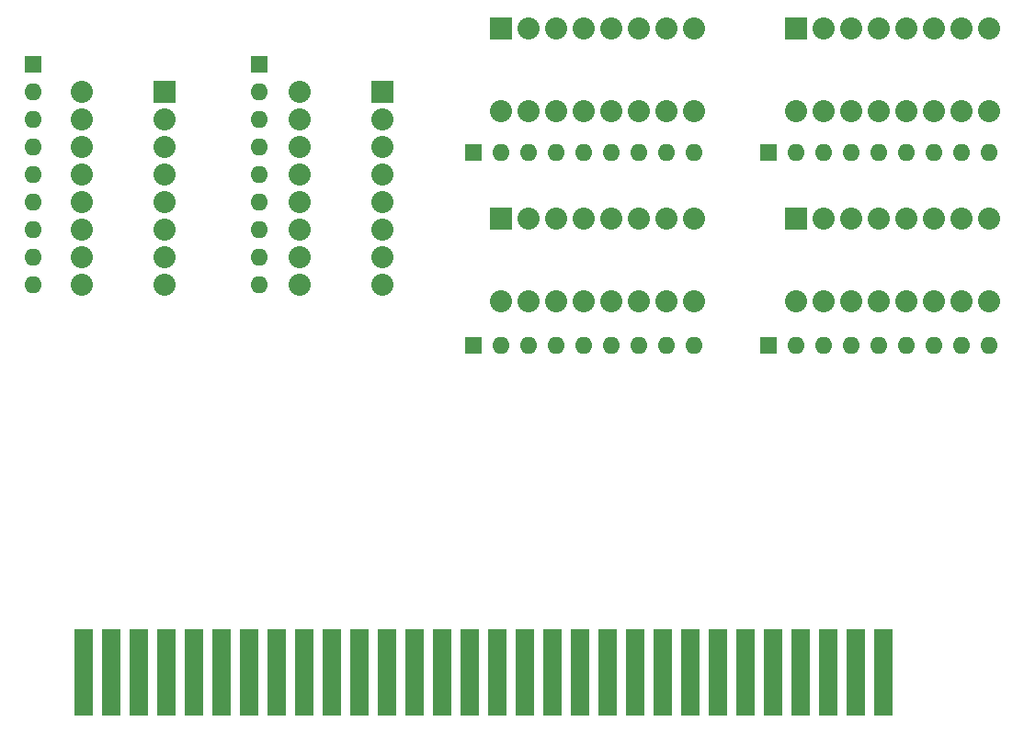
<source format=gbr>
%TF.GenerationSoftware,KiCad,Pcbnew,8.0.2*%
%TF.CreationDate,2025-01-11T19:36:36+01:00*%
%TF.ProjectId,bytecradle-6502-expansion-board,62797465-6372-4616-946c-652d36353032,rev?*%
%TF.SameCoordinates,Original*%
%TF.FileFunction,Soldermask,Top*%
%TF.FilePolarity,Negative*%
%FSLAX46Y46*%
G04 Gerber Fmt 4.6, Leading zero omitted, Abs format (unit mm)*
G04 Created by KiCad (PCBNEW 8.0.2) date 2025-01-11 19:36:36*
%MOMM*%
%LPD*%
G01*
G04 APERTURE LIST*
%ADD10R,1.600000X1.600000*%
%ADD11O,1.600000X1.600000*%
%ADD12R,2.032000X2.032000*%
%ADD13C,2.032000*%
%ADD14R,1.800000X8.000000*%
G04 APERTURE END LIST*
D10*
%TO.C,RN6*%
X122174000Y-84328000D03*
D11*
X124714000Y-84328000D03*
X127254000Y-84328000D03*
X129794000Y-84328000D03*
X132334000Y-84328000D03*
X134874000Y-84328000D03*
X137414000Y-84328000D03*
X139954000Y-84328000D03*
X142494000Y-84328000D03*
%TD*%
D10*
%TO.C,RN5*%
X75291500Y-58420000D03*
D11*
X75291500Y-60960000D03*
X75291500Y-63500000D03*
X75291500Y-66040000D03*
X75291500Y-68580000D03*
X75291500Y-71120000D03*
X75291500Y-73660000D03*
X75291500Y-76200000D03*
X75291500Y-78740000D03*
%TD*%
D10*
%TO.C,RN4*%
X54463500Y-58420000D03*
D11*
X54463500Y-60960000D03*
X54463500Y-63500000D03*
X54463500Y-66040000D03*
X54463500Y-68580000D03*
X54463500Y-71120000D03*
X54463500Y-73660000D03*
X54463500Y-76200000D03*
X54463500Y-78740000D03*
%TD*%
D10*
%TO.C,RN3*%
X94996000Y-84328000D03*
D11*
X97536000Y-84328000D03*
X100076000Y-84328000D03*
X102616000Y-84328000D03*
X105156000Y-84328000D03*
X107696000Y-84328000D03*
X110236000Y-84328000D03*
X112776000Y-84328000D03*
X115316000Y-84328000D03*
%TD*%
D10*
%TO.C,RN2*%
X122174000Y-66548000D03*
D11*
X124714000Y-66548000D03*
X127254000Y-66548000D03*
X129794000Y-66548000D03*
X132334000Y-66548000D03*
X134874000Y-66548000D03*
X137414000Y-66548000D03*
X139954000Y-66548000D03*
X142494000Y-66548000D03*
%TD*%
D10*
%TO.C,RN1*%
X94996000Y-66548000D03*
D11*
X97536000Y-66548000D03*
X100076000Y-66548000D03*
X102616000Y-66548000D03*
X105156000Y-66548000D03*
X107696000Y-66548000D03*
X110236000Y-66548000D03*
X112776000Y-66548000D03*
X115316000Y-66548000D03*
%TD*%
D12*
%TO.C,BAR6*%
X124714000Y-72644000D03*
D13*
X127254000Y-72644000D03*
X129794000Y-72644000D03*
X132334000Y-72644000D03*
X134874000Y-72644000D03*
X137414000Y-72644000D03*
X139954000Y-72644000D03*
X142494000Y-72644000D03*
X142494000Y-80264000D03*
X139954000Y-80264000D03*
X137414000Y-80264000D03*
X134874000Y-80264000D03*
X132334000Y-80264000D03*
X129794000Y-80264000D03*
X127254000Y-80264000D03*
X124714000Y-80264000D03*
%TD*%
D12*
%TO.C,BAR5*%
X86614000Y-60960000D03*
D13*
X86614000Y-63500000D03*
X86614000Y-66040000D03*
X86614000Y-68580000D03*
X86614000Y-71120000D03*
X86614000Y-73660000D03*
X86614000Y-76200000D03*
X86614000Y-78740000D03*
X78994000Y-78740000D03*
X78994000Y-76200000D03*
X78994000Y-73660000D03*
X78994000Y-71120000D03*
X78994000Y-68580000D03*
X78994000Y-66040000D03*
X78994000Y-63500000D03*
X78994000Y-60960000D03*
%TD*%
D12*
%TO.C,BAR4*%
X66548000Y-60960000D03*
D13*
X66548000Y-63500000D03*
X66548000Y-66040000D03*
X66548000Y-68580000D03*
X66548000Y-71120000D03*
X66548000Y-73660000D03*
X66548000Y-76200000D03*
X66548000Y-78740000D03*
X58928000Y-78740000D03*
X58928000Y-76200000D03*
X58928000Y-73660000D03*
X58928000Y-71120000D03*
X58928000Y-68580000D03*
X58928000Y-66040000D03*
X58928000Y-63500000D03*
X58928000Y-60960000D03*
%TD*%
D12*
%TO.C,BAR3*%
X97536000Y-72644000D03*
D13*
X100076000Y-72644000D03*
X102616000Y-72644000D03*
X105156000Y-72644000D03*
X107696000Y-72644000D03*
X110236000Y-72644000D03*
X112776000Y-72644000D03*
X115316000Y-72644000D03*
X115316000Y-80264000D03*
X112776000Y-80264000D03*
X110236000Y-80264000D03*
X107696000Y-80264000D03*
X105156000Y-80264000D03*
X102616000Y-80264000D03*
X100076000Y-80264000D03*
X97536000Y-80264000D03*
%TD*%
D12*
%TO.C,BAR2*%
X124714000Y-55118000D03*
D13*
X127254000Y-55118000D03*
X129794000Y-55118000D03*
X132334000Y-55118000D03*
X134874000Y-55118000D03*
X137414000Y-55118000D03*
X139954000Y-55118000D03*
X142494000Y-55118000D03*
X142494000Y-62738000D03*
X139954000Y-62738000D03*
X137414000Y-62738000D03*
X134874000Y-62738000D03*
X132334000Y-62738000D03*
X129794000Y-62738000D03*
X127254000Y-62738000D03*
X124714000Y-62738000D03*
%TD*%
D12*
%TO.C,BAR1*%
X97536000Y-55118000D03*
D13*
X100076000Y-55118000D03*
X102616000Y-55118000D03*
X105156000Y-55118000D03*
X107696000Y-55118000D03*
X110236000Y-55118000D03*
X112776000Y-55118000D03*
X115316000Y-55118000D03*
X115316000Y-62738000D03*
X112776000Y-62738000D03*
X110236000Y-62738000D03*
X107696000Y-62738000D03*
X105156000Y-62738000D03*
X102616000Y-62738000D03*
X100076000Y-62738000D03*
X97536000Y-62738000D03*
%TD*%
D14*
%TO.C,J1*%
X59125000Y-114427000D03*
X61665000Y-114427000D03*
X64205000Y-114427000D03*
X66745000Y-114427000D03*
X69285000Y-114427000D03*
X71825000Y-114427000D03*
X74365000Y-114427000D03*
X76905000Y-114427000D03*
X79445000Y-114427000D03*
X81985000Y-114427000D03*
X84525000Y-114427000D03*
X87065000Y-114427000D03*
X89605000Y-114427000D03*
X92145000Y-114427000D03*
X94685000Y-114427000D03*
X97225000Y-114427000D03*
X99765000Y-114427000D03*
X102305000Y-114427000D03*
X104845000Y-114427000D03*
X107385000Y-114427000D03*
X109925000Y-114427000D03*
X112465000Y-114427000D03*
X115005000Y-114427000D03*
X117545000Y-114427000D03*
X120085000Y-114427000D03*
X122625000Y-114427000D03*
X125165000Y-114427000D03*
X127705000Y-114427000D03*
X130245000Y-114427000D03*
X132785000Y-114427000D03*
%TD*%
M02*

</source>
